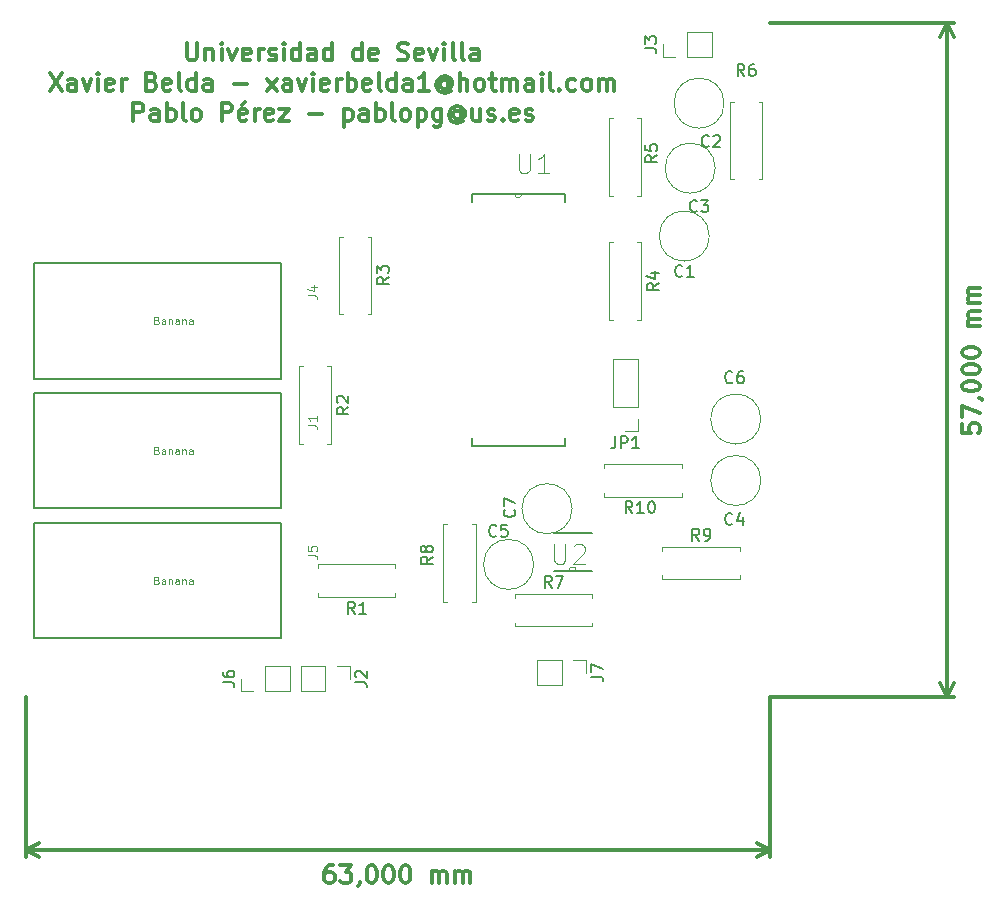
<source format=gto>
G04 #@! TF.GenerationSoftware,KiCad,Pcbnew,(5.0.2)-1*
G04 #@! TF.CreationDate,2019-03-08T12:48:48+01:00*
G04 #@! TF.ProjectId,ECG_final,4543475f-6669-46e6-916c-2e6b69636164,rev?*
G04 #@! TF.SameCoordinates,Original*
G04 #@! TF.FileFunction,Legend,Top*
G04 #@! TF.FilePolarity,Positive*
%FSLAX46Y46*%
G04 Gerber Fmt 4.6, Leading zero omitted, Abs format (unit mm)*
G04 Created by KiCad (PCBNEW (5.0.2)-1) date 08/03/2019 12:48:48*
%MOMM*%
%LPD*%
G01*
G04 APERTURE LIST*
%ADD10C,0.300000*%
%ADD11C,0.120000*%
%ADD12C,0.203200*%
%ADD13C,0.152400*%
%ADD14C,0.100000*%
%ADD15C,0.150000*%
%ADD16C,0.050000*%
G04 APERTURE END LIST*
D10*
X123642857Y-42628571D02*
X123642857Y-43842857D01*
X123714285Y-43985714D01*
X123785714Y-44057142D01*
X123928571Y-44128571D01*
X124214285Y-44128571D01*
X124357142Y-44057142D01*
X124428571Y-43985714D01*
X124500000Y-43842857D01*
X124500000Y-42628571D01*
X125214285Y-43128571D02*
X125214285Y-44128571D01*
X125214285Y-43271428D02*
X125285714Y-43200000D01*
X125428571Y-43128571D01*
X125642857Y-43128571D01*
X125785714Y-43200000D01*
X125857142Y-43342857D01*
X125857142Y-44128571D01*
X126571428Y-44128571D02*
X126571428Y-43128571D01*
X126571428Y-42628571D02*
X126500000Y-42700000D01*
X126571428Y-42771428D01*
X126642857Y-42700000D01*
X126571428Y-42628571D01*
X126571428Y-42771428D01*
X127142857Y-43128571D02*
X127500000Y-44128571D01*
X127857142Y-43128571D01*
X129000000Y-44057142D02*
X128857142Y-44128571D01*
X128571428Y-44128571D01*
X128428571Y-44057142D01*
X128357142Y-43914285D01*
X128357142Y-43342857D01*
X128428571Y-43200000D01*
X128571428Y-43128571D01*
X128857142Y-43128571D01*
X129000000Y-43200000D01*
X129071428Y-43342857D01*
X129071428Y-43485714D01*
X128357142Y-43628571D01*
X129714285Y-44128571D02*
X129714285Y-43128571D01*
X129714285Y-43414285D02*
X129785714Y-43271428D01*
X129857142Y-43200000D01*
X130000000Y-43128571D01*
X130142857Y-43128571D01*
X130571428Y-44057142D02*
X130714285Y-44128571D01*
X131000000Y-44128571D01*
X131142857Y-44057142D01*
X131214285Y-43914285D01*
X131214285Y-43842857D01*
X131142857Y-43700000D01*
X131000000Y-43628571D01*
X130785714Y-43628571D01*
X130642857Y-43557142D01*
X130571428Y-43414285D01*
X130571428Y-43342857D01*
X130642857Y-43200000D01*
X130785714Y-43128571D01*
X131000000Y-43128571D01*
X131142857Y-43200000D01*
X131857142Y-44128571D02*
X131857142Y-43128571D01*
X131857142Y-42628571D02*
X131785714Y-42700000D01*
X131857142Y-42771428D01*
X131928571Y-42700000D01*
X131857142Y-42628571D01*
X131857142Y-42771428D01*
X133214285Y-44128571D02*
X133214285Y-42628571D01*
X133214285Y-44057142D02*
X133071428Y-44128571D01*
X132785714Y-44128571D01*
X132642857Y-44057142D01*
X132571428Y-43985714D01*
X132500000Y-43842857D01*
X132500000Y-43414285D01*
X132571428Y-43271428D01*
X132642857Y-43200000D01*
X132785714Y-43128571D01*
X133071428Y-43128571D01*
X133214285Y-43200000D01*
X134571428Y-44128571D02*
X134571428Y-43342857D01*
X134500000Y-43200000D01*
X134357142Y-43128571D01*
X134071428Y-43128571D01*
X133928571Y-43200000D01*
X134571428Y-44057142D02*
X134428571Y-44128571D01*
X134071428Y-44128571D01*
X133928571Y-44057142D01*
X133857142Y-43914285D01*
X133857142Y-43771428D01*
X133928571Y-43628571D01*
X134071428Y-43557142D01*
X134428571Y-43557142D01*
X134571428Y-43485714D01*
X135928571Y-44128571D02*
X135928571Y-42628571D01*
X135928571Y-44057142D02*
X135785714Y-44128571D01*
X135500000Y-44128571D01*
X135357142Y-44057142D01*
X135285714Y-43985714D01*
X135214285Y-43842857D01*
X135214285Y-43414285D01*
X135285714Y-43271428D01*
X135357142Y-43200000D01*
X135500000Y-43128571D01*
X135785714Y-43128571D01*
X135928571Y-43200000D01*
X138428571Y-44128571D02*
X138428571Y-42628571D01*
X138428571Y-44057142D02*
X138285714Y-44128571D01*
X138000000Y-44128571D01*
X137857142Y-44057142D01*
X137785714Y-43985714D01*
X137714285Y-43842857D01*
X137714285Y-43414285D01*
X137785714Y-43271428D01*
X137857142Y-43200000D01*
X138000000Y-43128571D01*
X138285714Y-43128571D01*
X138428571Y-43200000D01*
X139714285Y-44057142D02*
X139571428Y-44128571D01*
X139285714Y-44128571D01*
X139142857Y-44057142D01*
X139071428Y-43914285D01*
X139071428Y-43342857D01*
X139142857Y-43200000D01*
X139285714Y-43128571D01*
X139571428Y-43128571D01*
X139714285Y-43200000D01*
X139785714Y-43342857D01*
X139785714Y-43485714D01*
X139071428Y-43628571D01*
X141500000Y-44057142D02*
X141714285Y-44128571D01*
X142071428Y-44128571D01*
X142214285Y-44057142D01*
X142285714Y-43985714D01*
X142357142Y-43842857D01*
X142357142Y-43700000D01*
X142285714Y-43557142D01*
X142214285Y-43485714D01*
X142071428Y-43414285D01*
X141785714Y-43342857D01*
X141642857Y-43271428D01*
X141571428Y-43200000D01*
X141500000Y-43057142D01*
X141500000Y-42914285D01*
X141571428Y-42771428D01*
X141642857Y-42700000D01*
X141785714Y-42628571D01*
X142142857Y-42628571D01*
X142357142Y-42700000D01*
X143571428Y-44057142D02*
X143428571Y-44128571D01*
X143142857Y-44128571D01*
X143000000Y-44057142D01*
X142928571Y-43914285D01*
X142928571Y-43342857D01*
X143000000Y-43200000D01*
X143142857Y-43128571D01*
X143428571Y-43128571D01*
X143571428Y-43200000D01*
X143642857Y-43342857D01*
X143642857Y-43485714D01*
X142928571Y-43628571D01*
X144142857Y-43128571D02*
X144500000Y-44128571D01*
X144857142Y-43128571D01*
X145428571Y-44128571D02*
X145428571Y-43128571D01*
X145428571Y-42628571D02*
X145357142Y-42700000D01*
X145428571Y-42771428D01*
X145500000Y-42700000D01*
X145428571Y-42628571D01*
X145428571Y-42771428D01*
X146357142Y-44128571D02*
X146214285Y-44057142D01*
X146142857Y-43914285D01*
X146142857Y-42628571D01*
X147142857Y-44128571D02*
X147000000Y-44057142D01*
X146928571Y-43914285D01*
X146928571Y-42628571D01*
X148357142Y-44128571D02*
X148357142Y-43342857D01*
X148285714Y-43200000D01*
X148142857Y-43128571D01*
X147857142Y-43128571D01*
X147714285Y-43200000D01*
X148357142Y-44057142D02*
X148214285Y-44128571D01*
X147857142Y-44128571D01*
X147714285Y-44057142D01*
X147642857Y-43914285D01*
X147642857Y-43771428D01*
X147714285Y-43628571D01*
X147857142Y-43557142D01*
X148214285Y-43557142D01*
X148357142Y-43485714D01*
X112035714Y-45178571D02*
X113035714Y-46678571D01*
X113035714Y-45178571D02*
X112035714Y-46678571D01*
X114250000Y-46678571D02*
X114250000Y-45892857D01*
X114178571Y-45750000D01*
X114035714Y-45678571D01*
X113750000Y-45678571D01*
X113607142Y-45750000D01*
X114250000Y-46607142D02*
X114107142Y-46678571D01*
X113750000Y-46678571D01*
X113607142Y-46607142D01*
X113535714Y-46464285D01*
X113535714Y-46321428D01*
X113607142Y-46178571D01*
X113750000Y-46107142D01*
X114107142Y-46107142D01*
X114250000Y-46035714D01*
X114821428Y-45678571D02*
X115178571Y-46678571D01*
X115535714Y-45678571D01*
X116107142Y-46678571D02*
X116107142Y-45678571D01*
X116107142Y-45178571D02*
X116035714Y-45250000D01*
X116107142Y-45321428D01*
X116178571Y-45250000D01*
X116107142Y-45178571D01*
X116107142Y-45321428D01*
X117392857Y-46607142D02*
X117250000Y-46678571D01*
X116964285Y-46678571D01*
X116821428Y-46607142D01*
X116750000Y-46464285D01*
X116750000Y-45892857D01*
X116821428Y-45750000D01*
X116964285Y-45678571D01*
X117250000Y-45678571D01*
X117392857Y-45750000D01*
X117464285Y-45892857D01*
X117464285Y-46035714D01*
X116750000Y-46178571D01*
X118107142Y-46678571D02*
X118107142Y-45678571D01*
X118107142Y-45964285D02*
X118178571Y-45821428D01*
X118250000Y-45750000D01*
X118392857Y-45678571D01*
X118535714Y-45678571D01*
X120678571Y-45892857D02*
X120892857Y-45964285D01*
X120964285Y-46035714D01*
X121035714Y-46178571D01*
X121035714Y-46392857D01*
X120964285Y-46535714D01*
X120892857Y-46607142D01*
X120750000Y-46678571D01*
X120178571Y-46678571D01*
X120178571Y-45178571D01*
X120678571Y-45178571D01*
X120821428Y-45250000D01*
X120892857Y-45321428D01*
X120964285Y-45464285D01*
X120964285Y-45607142D01*
X120892857Y-45750000D01*
X120821428Y-45821428D01*
X120678571Y-45892857D01*
X120178571Y-45892857D01*
X122250000Y-46607142D02*
X122107142Y-46678571D01*
X121821428Y-46678571D01*
X121678571Y-46607142D01*
X121607142Y-46464285D01*
X121607142Y-45892857D01*
X121678571Y-45750000D01*
X121821428Y-45678571D01*
X122107142Y-45678571D01*
X122250000Y-45750000D01*
X122321428Y-45892857D01*
X122321428Y-46035714D01*
X121607142Y-46178571D01*
X123178571Y-46678571D02*
X123035714Y-46607142D01*
X122964285Y-46464285D01*
X122964285Y-45178571D01*
X124392857Y-46678571D02*
X124392857Y-45178571D01*
X124392857Y-46607142D02*
X124250000Y-46678571D01*
X123964285Y-46678571D01*
X123821428Y-46607142D01*
X123750000Y-46535714D01*
X123678571Y-46392857D01*
X123678571Y-45964285D01*
X123750000Y-45821428D01*
X123821428Y-45750000D01*
X123964285Y-45678571D01*
X124250000Y-45678571D01*
X124392857Y-45750000D01*
X125750000Y-46678571D02*
X125750000Y-45892857D01*
X125678571Y-45750000D01*
X125535714Y-45678571D01*
X125250000Y-45678571D01*
X125107142Y-45750000D01*
X125750000Y-46607142D02*
X125607142Y-46678571D01*
X125250000Y-46678571D01*
X125107142Y-46607142D01*
X125035714Y-46464285D01*
X125035714Y-46321428D01*
X125107142Y-46178571D01*
X125250000Y-46107142D01*
X125607142Y-46107142D01*
X125750000Y-46035714D01*
X127607142Y-46107142D02*
X128750000Y-46107142D01*
X130464285Y-46678571D02*
X131250000Y-45678571D01*
X130464285Y-45678571D02*
X131250000Y-46678571D01*
X132464285Y-46678571D02*
X132464285Y-45892857D01*
X132392857Y-45750000D01*
X132250000Y-45678571D01*
X131964285Y-45678571D01*
X131821428Y-45750000D01*
X132464285Y-46607142D02*
X132321428Y-46678571D01*
X131964285Y-46678571D01*
X131821428Y-46607142D01*
X131750000Y-46464285D01*
X131750000Y-46321428D01*
X131821428Y-46178571D01*
X131964285Y-46107142D01*
X132321428Y-46107142D01*
X132464285Y-46035714D01*
X133035714Y-45678571D02*
X133392857Y-46678571D01*
X133750000Y-45678571D01*
X134321428Y-46678571D02*
X134321428Y-45678571D01*
X134321428Y-45178571D02*
X134250000Y-45250000D01*
X134321428Y-45321428D01*
X134392857Y-45250000D01*
X134321428Y-45178571D01*
X134321428Y-45321428D01*
X135607142Y-46607142D02*
X135464285Y-46678571D01*
X135178571Y-46678571D01*
X135035714Y-46607142D01*
X134964285Y-46464285D01*
X134964285Y-45892857D01*
X135035714Y-45750000D01*
X135178571Y-45678571D01*
X135464285Y-45678571D01*
X135607142Y-45750000D01*
X135678571Y-45892857D01*
X135678571Y-46035714D01*
X134964285Y-46178571D01*
X136321428Y-46678571D02*
X136321428Y-45678571D01*
X136321428Y-45964285D02*
X136392857Y-45821428D01*
X136464285Y-45750000D01*
X136607142Y-45678571D01*
X136750000Y-45678571D01*
X137250000Y-46678571D02*
X137250000Y-45178571D01*
X137250000Y-45750000D02*
X137392857Y-45678571D01*
X137678571Y-45678571D01*
X137821428Y-45750000D01*
X137892857Y-45821428D01*
X137964285Y-45964285D01*
X137964285Y-46392857D01*
X137892857Y-46535714D01*
X137821428Y-46607142D01*
X137678571Y-46678571D01*
X137392857Y-46678571D01*
X137250000Y-46607142D01*
X139178571Y-46607142D02*
X139035714Y-46678571D01*
X138750000Y-46678571D01*
X138607142Y-46607142D01*
X138535714Y-46464285D01*
X138535714Y-45892857D01*
X138607142Y-45750000D01*
X138750000Y-45678571D01*
X139035714Y-45678571D01*
X139178571Y-45750000D01*
X139250000Y-45892857D01*
X139250000Y-46035714D01*
X138535714Y-46178571D01*
X140107142Y-46678571D02*
X139964285Y-46607142D01*
X139892857Y-46464285D01*
X139892857Y-45178571D01*
X141321428Y-46678571D02*
X141321428Y-45178571D01*
X141321428Y-46607142D02*
X141178571Y-46678571D01*
X140892857Y-46678571D01*
X140750000Y-46607142D01*
X140678571Y-46535714D01*
X140607142Y-46392857D01*
X140607142Y-45964285D01*
X140678571Y-45821428D01*
X140750000Y-45750000D01*
X140892857Y-45678571D01*
X141178571Y-45678571D01*
X141321428Y-45750000D01*
X142678571Y-46678571D02*
X142678571Y-45892857D01*
X142607142Y-45750000D01*
X142464285Y-45678571D01*
X142178571Y-45678571D01*
X142035714Y-45750000D01*
X142678571Y-46607142D02*
X142535714Y-46678571D01*
X142178571Y-46678571D01*
X142035714Y-46607142D01*
X141964285Y-46464285D01*
X141964285Y-46321428D01*
X142035714Y-46178571D01*
X142178571Y-46107142D01*
X142535714Y-46107142D01*
X142678571Y-46035714D01*
X144178571Y-46678571D02*
X143321428Y-46678571D01*
X143750000Y-46678571D02*
X143750000Y-45178571D01*
X143607142Y-45392857D01*
X143464285Y-45535714D01*
X143321428Y-45607142D01*
X145750000Y-45964285D02*
X145678571Y-45892857D01*
X145535714Y-45821428D01*
X145392857Y-45821428D01*
X145250000Y-45892857D01*
X145178571Y-45964285D01*
X145107142Y-46107142D01*
X145107142Y-46250000D01*
X145178571Y-46392857D01*
X145250000Y-46464285D01*
X145392857Y-46535714D01*
X145535714Y-46535714D01*
X145678571Y-46464285D01*
X145750000Y-46392857D01*
X145750000Y-45821428D02*
X145750000Y-46392857D01*
X145821428Y-46464285D01*
X145892857Y-46464285D01*
X146035714Y-46392857D01*
X146107142Y-46250000D01*
X146107142Y-45892857D01*
X145964285Y-45678571D01*
X145750000Y-45535714D01*
X145464285Y-45464285D01*
X145178571Y-45535714D01*
X144964285Y-45678571D01*
X144821428Y-45892857D01*
X144750000Y-46178571D01*
X144821428Y-46464285D01*
X144964285Y-46678571D01*
X145178571Y-46821428D01*
X145464285Y-46892857D01*
X145750000Y-46821428D01*
X145964285Y-46678571D01*
X146750000Y-46678571D02*
X146750000Y-45178571D01*
X147392857Y-46678571D02*
X147392857Y-45892857D01*
X147321428Y-45750000D01*
X147178571Y-45678571D01*
X146964285Y-45678571D01*
X146821428Y-45750000D01*
X146750000Y-45821428D01*
X148321428Y-46678571D02*
X148178571Y-46607142D01*
X148107142Y-46535714D01*
X148035714Y-46392857D01*
X148035714Y-45964285D01*
X148107142Y-45821428D01*
X148178571Y-45750000D01*
X148321428Y-45678571D01*
X148535714Y-45678571D01*
X148678571Y-45750000D01*
X148750000Y-45821428D01*
X148821428Y-45964285D01*
X148821428Y-46392857D01*
X148750000Y-46535714D01*
X148678571Y-46607142D01*
X148535714Y-46678571D01*
X148321428Y-46678571D01*
X149250000Y-45678571D02*
X149821428Y-45678571D01*
X149464285Y-45178571D02*
X149464285Y-46464285D01*
X149535714Y-46607142D01*
X149678571Y-46678571D01*
X149821428Y-46678571D01*
X150321428Y-46678571D02*
X150321428Y-45678571D01*
X150321428Y-45821428D02*
X150392857Y-45750000D01*
X150535714Y-45678571D01*
X150750000Y-45678571D01*
X150892857Y-45750000D01*
X150964285Y-45892857D01*
X150964285Y-46678571D01*
X150964285Y-45892857D02*
X151035714Y-45750000D01*
X151178571Y-45678571D01*
X151392857Y-45678571D01*
X151535714Y-45750000D01*
X151607142Y-45892857D01*
X151607142Y-46678571D01*
X152964285Y-46678571D02*
X152964285Y-45892857D01*
X152892857Y-45750000D01*
X152750000Y-45678571D01*
X152464285Y-45678571D01*
X152321428Y-45750000D01*
X152964285Y-46607142D02*
X152821428Y-46678571D01*
X152464285Y-46678571D01*
X152321428Y-46607142D01*
X152250000Y-46464285D01*
X152250000Y-46321428D01*
X152321428Y-46178571D01*
X152464285Y-46107142D01*
X152821428Y-46107142D01*
X152964285Y-46035714D01*
X153678571Y-46678571D02*
X153678571Y-45678571D01*
X153678571Y-45178571D02*
X153607142Y-45250000D01*
X153678571Y-45321428D01*
X153750000Y-45250000D01*
X153678571Y-45178571D01*
X153678571Y-45321428D01*
X154607142Y-46678571D02*
X154464285Y-46607142D01*
X154392857Y-46464285D01*
X154392857Y-45178571D01*
X155178571Y-46535714D02*
X155250000Y-46607142D01*
X155178571Y-46678571D01*
X155107142Y-46607142D01*
X155178571Y-46535714D01*
X155178571Y-46678571D01*
X156535714Y-46607142D02*
X156392857Y-46678571D01*
X156107142Y-46678571D01*
X155964285Y-46607142D01*
X155892857Y-46535714D01*
X155821428Y-46392857D01*
X155821428Y-45964285D01*
X155892857Y-45821428D01*
X155964285Y-45750000D01*
X156107142Y-45678571D01*
X156392857Y-45678571D01*
X156535714Y-45750000D01*
X157392857Y-46678571D02*
X157250000Y-46607142D01*
X157178571Y-46535714D01*
X157107142Y-46392857D01*
X157107142Y-45964285D01*
X157178571Y-45821428D01*
X157250000Y-45750000D01*
X157392857Y-45678571D01*
X157607142Y-45678571D01*
X157750000Y-45750000D01*
X157821428Y-45821428D01*
X157892857Y-45964285D01*
X157892857Y-46392857D01*
X157821428Y-46535714D01*
X157750000Y-46607142D01*
X157607142Y-46678571D01*
X157392857Y-46678571D01*
X158535714Y-46678571D02*
X158535714Y-45678571D01*
X158535714Y-45821428D02*
X158607142Y-45750000D01*
X158750000Y-45678571D01*
X158964285Y-45678571D01*
X159107142Y-45750000D01*
X159178571Y-45892857D01*
X159178571Y-46678571D01*
X159178571Y-45892857D02*
X159250000Y-45750000D01*
X159392857Y-45678571D01*
X159607142Y-45678571D01*
X159750000Y-45750000D01*
X159821428Y-45892857D01*
X159821428Y-46678571D01*
X119107142Y-49228571D02*
X119107142Y-47728571D01*
X119678571Y-47728571D01*
X119821428Y-47800000D01*
X119892857Y-47871428D01*
X119964285Y-48014285D01*
X119964285Y-48228571D01*
X119892857Y-48371428D01*
X119821428Y-48442857D01*
X119678571Y-48514285D01*
X119107142Y-48514285D01*
X121250000Y-49228571D02*
X121250000Y-48442857D01*
X121178571Y-48300000D01*
X121035714Y-48228571D01*
X120750000Y-48228571D01*
X120607142Y-48300000D01*
X121250000Y-49157142D02*
X121107142Y-49228571D01*
X120750000Y-49228571D01*
X120607142Y-49157142D01*
X120535714Y-49014285D01*
X120535714Y-48871428D01*
X120607142Y-48728571D01*
X120750000Y-48657142D01*
X121107142Y-48657142D01*
X121250000Y-48585714D01*
X121964285Y-49228571D02*
X121964285Y-47728571D01*
X121964285Y-48300000D02*
X122107142Y-48228571D01*
X122392857Y-48228571D01*
X122535714Y-48300000D01*
X122607142Y-48371428D01*
X122678571Y-48514285D01*
X122678571Y-48942857D01*
X122607142Y-49085714D01*
X122535714Y-49157142D01*
X122392857Y-49228571D01*
X122107142Y-49228571D01*
X121964285Y-49157142D01*
X123535714Y-49228571D02*
X123392857Y-49157142D01*
X123321428Y-49014285D01*
X123321428Y-47728571D01*
X124321428Y-49228571D02*
X124178571Y-49157142D01*
X124107142Y-49085714D01*
X124035714Y-48942857D01*
X124035714Y-48514285D01*
X124107142Y-48371428D01*
X124178571Y-48300000D01*
X124321428Y-48228571D01*
X124535714Y-48228571D01*
X124678571Y-48300000D01*
X124750000Y-48371428D01*
X124821428Y-48514285D01*
X124821428Y-48942857D01*
X124750000Y-49085714D01*
X124678571Y-49157142D01*
X124535714Y-49228571D01*
X124321428Y-49228571D01*
X126607142Y-49228571D02*
X126607142Y-47728571D01*
X127178571Y-47728571D01*
X127321428Y-47800000D01*
X127392857Y-47871428D01*
X127464285Y-48014285D01*
X127464285Y-48228571D01*
X127392857Y-48371428D01*
X127321428Y-48442857D01*
X127178571Y-48514285D01*
X126607142Y-48514285D01*
X128678571Y-49157142D02*
X128535714Y-49228571D01*
X128250000Y-49228571D01*
X128107142Y-49157142D01*
X128035714Y-49014285D01*
X128035714Y-48442857D01*
X128107142Y-48300000D01*
X128250000Y-48228571D01*
X128535714Y-48228571D01*
X128678571Y-48300000D01*
X128750000Y-48442857D01*
X128750000Y-48585714D01*
X128035714Y-48728571D01*
X128535714Y-47657142D02*
X128321428Y-47871428D01*
X129392857Y-49228571D02*
X129392857Y-48228571D01*
X129392857Y-48514285D02*
X129464285Y-48371428D01*
X129535714Y-48300000D01*
X129678571Y-48228571D01*
X129821428Y-48228571D01*
X130892857Y-49157142D02*
X130750000Y-49228571D01*
X130464285Y-49228571D01*
X130321428Y-49157142D01*
X130250000Y-49014285D01*
X130250000Y-48442857D01*
X130321428Y-48300000D01*
X130464285Y-48228571D01*
X130750000Y-48228571D01*
X130892857Y-48300000D01*
X130964285Y-48442857D01*
X130964285Y-48585714D01*
X130250000Y-48728571D01*
X131464285Y-48228571D02*
X132250000Y-48228571D01*
X131464285Y-49228571D01*
X132250000Y-49228571D01*
X133964285Y-48657142D02*
X135107142Y-48657142D01*
X136964285Y-48228571D02*
X136964285Y-49728571D01*
X136964285Y-48300000D02*
X137107142Y-48228571D01*
X137392857Y-48228571D01*
X137535714Y-48300000D01*
X137607142Y-48371428D01*
X137678571Y-48514285D01*
X137678571Y-48942857D01*
X137607142Y-49085714D01*
X137535714Y-49157142D01*
X137392857Y-49228571D01*
X137107142Y-49228571D01*
X136964285Y-49157142D01*
X138964285Y-49228571D02*
X138964285Y-48442857D01*
X138892857Y-48300000D01*
X138750000Y-48228571D01*
X138464285Y-48228571D01*
X138321428Y-48300000D01*
X138964285Y-49157142D02*
X138821428Y-49228571D01*
X138464285Y-49228571D01*
X138321428Y-49157142D01*
X138250000Y-49014285D01*
X138250000Y-48871428D01*
X138321428Y-48728571D01*
X138464285Y-48657142D01*
X138821428Y-48657142D01*
X138964285Y-48585714D01*
X139678571Y-49228571D02*
X139678571Y-47728571D01*
X139678571Y-48300000D02*
X139821428Y-48228571D01*
X140107142Y-48228571D01*
X140250000Y-48300000D01*
X140321428Y-48371428D01*
X140392857Y-48514285D01*
X140392857Y-48942857D01*
X140321428Y-49085714D01*
X140250000Y-49157142D01*
X140107142Y-49228571D01*
X139821428Y-49228571D01*
X139678571Y-49157142D01*
X141250000Y-49228571D02*
X141107142Y-49157142D01*
X141035714Y-49014285D01*
X141035714Y-47728571D01*
X142035714Y-49228571D02*
X141892857Y-49157142D01*
X141821428Y-49085714D01*
X141750000Y-48942857D01*
X141750000Y-48514285D01*
X141821428Y-48371428D01*
X141892857Y-48300000D01*
X142035714Y-48228571D01*
X142250000Y-48228571D01*
X142392857Y-48300000D01*
X142464285Y-48371428D01*
X142535714Y-48514285D01*
X142535714Y-48942857D01*
X142464285Y-49085714D01*
X142392857Y-49157142D01*
X142250000Y-49228571D01*
X142035714Y-49228571D01*
X143178571Y-48228571D02*
X143178571Y-49728571D01*
X143178571Y-48300000D02*
X143321428Y-48228571D01*
X143607142Y-48228571D01*
X143750000Y-48300000D01*
X143821428Y-48371428D01*
X143892857Y-48514285D01*
X143892857Y-48942857D01*
X143821428Y-49085714D01*
X143750000Y-49157142D01*
X143607142Y-49228571D01*
X143321428Y-49228571D01*
X143178571Y-49157142D01*
X145178571Y-48228571D02*
X145178571Y-49442857D01*
X145107142Y-49585714D01*
X145035714Y-49657142D01*
X144892857Y-49728571D01*
X144678571Y-49728571D01*
X144535714Y-49657142D01*
X145178571Y-49157142D02*
X145035714Y-49228571D01*
X144750000Y-49228571D01*
X144607142Y-49157142D01*
X144535714Y-49085714D01*
X144464285Y-48942857D01*
X144464285Y-48514285D01*
X144535714Y-48371428D01*
X144607142Y-48300000D01*
X144750000Y-48228571D01*
X145035714Y-48228571D01*
X145178571Y-48300000D01*
X146821428Y-48514285D02*
X146750000Y-48442857D01*
X146607142Y-48371428D01*
X146464285Y-48371428D01*
X146321428Y-48442857D01*
X146250000Y-48514285D01*
X146178571Y-48657142D01*
X146178571Y-48800000D01*
X146250000Y-48942857D01*
X146321428Y-49014285D01*
X146464285Y-49085714D01*
X146607142Y-49085714D01*
X146750000Y-49014285D01*
X146821428Y-48942857D01*
X146821428Y-48371428D02*
X146821428Y-48942857D01*
X146892857Y-49014285D01*
X146964285Y-49014285D01*
X147107142Y-48942857D01*
X147178571Y-48800000D01*
X147178571Y-48442857D01*
X147035714Y-48228571D01*
X146821428Y-48085714D01*
X146535714Y-48014285D01*
X146250000Y-48085714D01*
X146035714Y-48228571D01*
X145892857Y-48442857D01*
X145821428Y-48728571D01*
X145892857Y-49014285D01*
X146035714Y-49228571D01*
X146250000Y-49371428D01*
X146535714Y-49442857D01*
X146821428Y-49371428D01*
X147035714Y-49228571D01*
X148464285Y-48228571D02*
X148464285Y-49228571D01*
X147821428Y-48228571D02*
X147821428Y-49014285D01*
X147892857Y-49157142D01*
X148035714Y-49228571D01*
X148250000Y-49228571D01*
X148392857Y-49157142D01*
X148464285Y-49085714D01*
X149107142Y-49157142D02*
X149250000Y-49228571D01*
X149535714Y-49228571D01*
X149678571Y-49157142D01*
X149750000Y-49014285D01*
X149750000Y-48942857D01*
X149678571Y-48800000D01*
X149535714Y-48728571D01*
X149321428Y-48728571D01*
X149178571Y-48657142D01*
X149107142Y-48514285D01*
X149107142Y-48442857D01*
X149178571Y-48300000D01*
X149321428Y-48228571D01*
X149535714Y-48228571D01*
X149678571Y-48300000D01*
X150392857Y-49085714D02*
X150464285Y-49157142D01*
X150392857Y-49228571D01*
X150321428Y-49157142D01*
X150392857Y-49085714D01*
X150392857Y-49228571D01*
X151678571Y-49157142D02*
X151535714Y-49228571D01*
X151250000Y-49228571D01*
X151107142Y-49157142D01*
X151035714Y-49014285D01*
X151035714Y-48442857D01*
X151107142Y-48300000D01*
X151250000Y-48228571D01*
X151535714Y-48228571D01*
X151678571Y-48300000D01*
X151750000Y-48442857D01*
X151750000Y-48585714D01*
X151035714Y-48728571D01*
X152321428Y-49157142D02*
X152464285Y-49228571D01*
X152750000Y-49228571D01*
X152892857Y-49157142D01*
X152964285Y-49014285D01*
X152964285Y-48942857D01*
X152892857Y-48800000D01*
X152750000Y-48728571D01*
X152535714Y-48728571D01*
X152392857Y-48657142D01*
X152321428Y-48514285D01*
X152321428Y-48442857D01*
X152392857Y-48300000D01*
X152535714Y-48228571D01*
X152750000Y-48228571D01*
X152892857Y-48300000D01*
X189278571Y-74928571D02*
X189278571Y-75642857D01*
X189992857Y-75714285D01*
X189921428Y-75642857D01*
X189850000Y-75500000D01*
X189850000Y-75142857D01*
X189921428Y-75000000D01*
X189992857Y-74928571D01*
X190135714Y-74857142D01*
X190492857Y-74857142D01*
X190635714Y-74928571D01*
X190707142Y-75000000D01*
X190778571Y-75142857D01*
X190778571Y-75500000D01*
X190707142Y-75642857D01*
X190635714Y-75714285D01*
X189278571Y-74357142D02*
X189278571Y-73357142D01*
X190778571Y-74000000D01*
X190707142Y-72714285D02*
X190778571Y-72714285D01*
X190921428Y-72785714D01*
X190992857Y-72857142D01*
X189278571Y-71785714D02*
X189278571Y-71642857D01*
X189350000Y-71500000D01*
X189421428Y-71428571D01*
X189564285Y-71357142D01*
X189850000Y-71285714D01*
X190207142Y-71285714D01*
X190492857Y-71357142D01*
X190635714Y-71428571D01*
X190707142Y-71500000D01*
X190778571Y-71642857D01*
X190778571Y-71785714D01*
X190707142Y-71928571D01*
X190635714Y-72000000D01*
X190492857Y-72071428D01*
X190207142Y-72142857D01*
X189850000Y-72142857D01*
X189564285Y-72071428D01*
X189421428Y-72000000D01*
X189350000Y-71928571D01*
X189278571Y-71785714D01*
X189278571Y-70357142D02*
X189278571Y-70214285D01*
X189350000Y-70071428D01*
X189421428Y-70000000D01*
X189564285Y-69928571D01*
X189850000Y-69857142D01*
X190207142Y-69857142D01*
X190492857Y-69928571D01*
X190635714Y-70000000D01*
X190707142Y-70071428D01*
X190778571Y-70214285D01*
X190778571Y-70357142D01*
X190707142Y-70500000D01*
X190635714Y-70571428D01*
X190492857Y-70642857D01*
X190207142Y-70714285D01*
X189850000Y-70714285D01*
X189564285Y-70642857D01*
X189421428Y-70571428D01*
X189350000Y-70500000D01*
X189278571Y-70357142D01*
X189278571Y-68928571D02*
X189278571Y-68785714D01*
X189350000Y-68642857D01*
X189421428Y-68571428D01*
X189564285Y-68500000D01*
X189850000Y-68428571D01*
X190207142Y-68428571D01*
X190492857Y-68500000D01*
X190635714Y-68571428D01*
X190707142Y-68642857D01*
X190778571Y-68785714D01*
X190778571Y-68928571D01*
X190707142Y-69071428D01*
X190635714Y-69142857D01*
X190492857Y-69214285D01*
X190207142Y-69285714D01*
X189850000Y-69285714D01*
X189564285Y-69214285D01*
X189421428Y-69142857D01*
X189350000Y-69071428D01*
X189278571Y-68928571D01*
X190778571Y-66642857D02*
X189778571Y-66642857D01*
X189921428Y-66642857D02*
X189850000Y-66571428D01*
X189778571Y-66428571D01*
X189778571Y-66214285D01*
X189850000Y-66071428D01*
X189992857Y-66000000D01*
X190778571Y-66000000D01*
X189992857Y-66000000D02*
X189850000Y-65928571D01*
X189778571Y-65785714D01*
X189778571Y-65571428D01*
X189850000Y-65428571D01*
X189992857Y-65357142D01*
X190778571Y-65357142D01*
X190778571Y-64642857D02*
X189778571Y-64642857D01*
X189921428Y-64642857D02*
X189850000Y-64571428D01*
X189778571Y-64428571D01*
X189778571Y-64214285D01*
X189850000Y-64071428D01*
X189992857Y-64000000D01*
X190778571Y-64000000D01*
X189992857Y-64000000D02*
X189850000Y-63928571D01*
X189778571Y-63785714D01*
X189778571Y-63571428D01*
X189850000Y-63428571D01*
X189992857Y-63357142D01*
X190778571Y-63357142D01*
X188000000Y-98000000D02*
X188000000Y-41000000D01*
X173000000Y-98000000D02*
X188586421Y-98000000D01*
X173000000Y-41000000D02*
X188586421Y-41000000D01*
X188000000Y-41000000D02*
X188586421Y-42126504D01*
X188000000Y-41000000D02*
X187413579Y-42126504D01*
X188000000Y-98000000D02*
X188586421Y-96873496D01*
X188000000Y-98000000D02*
X187413579Y-96873496D01*
X136000000Y-112278571D02*
X135714285Y-112278571D01*
X135571428Y-112350000D01*
X135500000Y-112421428D01*
X135357142Y-112635714D01*
X135285714Y-112921428D01*
X135285714Y-113492857D01*
X135357142Y-113635714D01*
X135428571Y-113707142D01*
X135571428Y-113778571D01*
X135857142Y-113778571D01*
X136000000Y-113707142D01*
X136071428Y-113635714D01*
X136142857Y-113492857D01*
X136142857Y-113135714D01*
X136071428Y-112992857D01*
X136000000Y-112921428D01*
X135857142Y-112850000D01*
X135571428Y-112850000D01*
X135428571Y-112921428D01*
X135357142Y-112992857D01*
X135285714Y-113135714D01*
X136642857Y-112278571D02*
X137571428Y-112278571D01*
X137071428Y-112850000D01*
X137285714Y-112850000D01*
X137428571Y-112921428D01*
X137500000Y-112992857D01*
X137571428Y-113135714D01*
X137571428Y-113492857D01*
X137500000Y-113635714D01*
X137428571Y-113707142D01*
X137285714Y-113778571D01*
X136857142Y-113778571D01*
X136714285Y-113707142D01*
X136642857Y-113635714D01*
X138285714Y-113707142D02*
X138285714Y-113778571D01*
X138214285Y-113921428D01*
X138142857Y-113992857D01*
X139214285Y-112278571D02*
X139357142Y-112278571D01*
X139500000Y-112350000D01*
X139571428Y-112421428D01*
X139642857Y-112564285D01*
X139714285Y-112850000D01*
X139714285Y-113207142D01*
X139642857Y-113492857D01*
X139571428Y-113635714D01*
X139500000Y-113707142D01*
X139357142Y-113778571D01*
X139214285Y-113778571D01*
X139071428Y-113707142D01*
X139000000Y-113635714D01*
X138928571Y-113492857D01*
X138857142Y-113207142D01*
X138857142Y-112850000D01*
X138928571Y-112564285D01*
X139000000Y-112421428D01*
X139071428Y-112350000D01*
X139214285Y-112278571D01*
X140642857Y-112278571D02*
X140785714Y-112278571D01*
X140928571Y-112350000D01*
X141000000Y-112421428D01*
X141071428Y-112564285D01*
X141142857Y-112850000D01*
X141142857Y-113207142D01*
X141071428Y-113492857D01*
X141000000Y-113635714D01*
X140928571Y-113707142D01*
X140785714Y-113778571D01*
X140642857Y-113778571D01*
X140500000Y-113707142D01*
X140428571Y-113635714D01*
X140357142Y-113492857D01*
X140285714Y-113207142D01*
X140285714Y-112850000D01*
X140357142Y-112564285D01*
X140428571Y-112421428D01*
X140500000Y-112350000D01*
X140642857Y-112278571D01*
X142071428Y-112278571D02*
X142214285Y-112278571D01*
X142357142Y-112350000D01*
X142428571Y-112421428D01*
X142500000Y-112564285D01*
X142571428Y-112850000D01*
X142571428Y-113207142D01*
X142500000Y-113492857D01*
X142428571Y-113635714D01*
X142357142Y-113707142D01*
X142214285Y-113778571D01*
X142071428Y-113778571D01*
X141928571Y-113707142D01*
X141857142Y-113635714D01*
X141785714Y-113492857D01*
X141714285Y-113207142D01*
X141714285Y-112850000D01*
X141785714Y-112564285D01*
X141857142Y-112421428D01*
X141928571Y-112350000D01*
X142071428Y-112278571D01*
X144357142Y-113778571D02*
X144357142Y-112778571D01*
X144357142Y-112921428D02*
X144428571Y-112850000D01*
X144571428Y-112778571D01*
X144785714Y-112778571D01*
X144928571Y-112850000D01*
X145000000Y-112992857D01*
X145000000Y-113778571D01*
X145000000Y-112992857D02*
X145071428Y-112850000D01*
X145214285Y-112778571D01*
X145428571Y-112778571D01*
X145571428Y-112850000D01*
X145642857Y-112992857D01*
X145642857Y-113778571D01*
X146357142Y-113778571D02*
X146357142Y-112778571D01*
X146357142Y-112921428D02*
X146428571Y-112850000D01*
X146571428Y-112778571D01*
X146785714Y-112778571D01*
X146928571Y-112850000D01*
X147000000Y-112992857D01*
X147000000Y-113778571D01*
X147000000Y-112992857D02*
X147071428Y-112850000D01*
X147214285Y-112778571D01*
X147428571Y-112778571D01*
X147571428Y-112850000D01*
X147642857Y-112992857D01*
X147642857Y-113778571D01*
X110000000Y-111000000D02*
X173000000Y-111000000D01*
X110000000Y-98000000D02*
X110000000Y-111586421D01*
X173000000Y-98000000D02*
X173000000Y-111586421D01*
X173000000Y-111000000D02*
X171873496Y-111586421D01*
X173000000Y-111000000D02*
X171873496Y-110413579D01*
X110000000Y-111000000D02*
X111126504Y-111586421D01*
X110000000Y-111000000D02*
X111126504Y-110413579D01*
D11*
G04 #@! TO.C,J7*
X153310000Y-94910000D02*
X153310000Y-97030000D01*
X155370000Y-94910000D02*
X153310000Y-94910000D01*
X155370000Y-97030000D02*
X153310000Y-97030000D01*
X155370000Y-94910000D02*
X155370000Y-97030000D01*
X156370000Y-94910000D02*
X157430000Y-94910000D01*
X157430000Y-94910000D02*
X157430000Y-95970000D01*
G04 #@! TO.C,C1*
X167870000Y-59000000D02*
G75*
G03X167870000Y-59000000I-2120000J0D01*
G01*
G04 #@! TO.C,C2*
X169120000Y-47750000D02*
G75*
G03X169120000Y-47750000I-2120000J0D01*
G01*
G04 #@! TO.C,C3*
X168370000Y-53250000D02*
G75*
G03X168370000Y-53250000I-2120000J0D01*
G01*
G04 #@! TO.C,C4*
X172230000Y-74490000D02*
G75*
G03X172230000Y-74490000I-2120000J0D01*
G01*
G04 #@! TO.C,C5*
X153000000Y-86800000D02*
G75*
G03X153000000Y-86800000I-2120000J0D01*
G01*
G04 #@! TO.C,C6*
X172233089Y-79694660D02*
G75*
G03X172233089Y-79694660I-2120000J0D01*
G01*
G04 #@! TO.C,C7*
X156250000Y-82080000D02*
G75*
G03X156250000Y-82080000I-2120000J0D01*
G01*
D12*
G04 #@! TO.C,J1*
X110681000Y-82062200D02*
X110681000Y-72257800D01*
X131585200Y-72257800D02*
X131585200Y-82062200D01*
X131585200Y-82062200D02*
X110681000Y-82062200D01*
X110681000Y-72257800D02*
X131585200Y-72257800D01*
G04 #@! TO.C,J4*
X110681000Y-61257800D02*
X131585200Y-61257800D01*
X131585200Y-71062200D02*
X110681000Y-71062200D01*
X131585200Y-61257800D02*
X131585200Y-71062200D01*
X110681000Y-71062200D02*
X110681000Y-61257800D01*
G04 #@! TO.C,J5*
X110681000Y-93062200D02*
X110681000Y-83257800D01*
X131585200Y-83257800D02*
X131585200Y-93062200D01*
X131585200Y-93062200D02*
X110681000Y-93062200D01*
X110681000Y-83257800D02*
X131585200Y-83257800D01*
D11*
G04 #@! TO.C,R1*
X134760000Y-86790000D02*
X134760000Y-87120000D01*
X141300000Y-86790000D02*
X134760000Y-86790000D01*
X141300000Y-87120000D02*
X141300000Y-86790000D01*
X134760000Y-89530000D02*
X134760000Y-89200000D01*
X141300000Y-89530000D02*
X134760000Y-89530000D01*
X141300000Y-89200000D02*
X141300000Y-89530000D01*
G04 #@! TO.C,R2*
X133130000Y-76580000D02*
X133460000Y-76580000D01*
X133130000Y-70040000D02*
X133130000Y-76580000D01*
X133460000Y-70040000D02*
X133130000Y-70040000D01*
X135870000Y-76580000D02*
X135540000Y-76580000D01*
X135870000Y-70040000D02*
X135870000Y-76580000D01*
X135540000Y-70040000D02*
X135870000Y-70040000D01*
G04 #@! TO.C,R3*
X138940000Y-59040000D02*
X139270000Y-59040000D01*
X139270000Y-59040000D02*
X139270000Y-65580000D01*
X139270000Y-65580000D02*
X138940000Y-65580000D01*
X136860000Y-59040000D02*
X136530000Y-59040000D01*
X136530000Y-59040000D02*
X136530000Y-65580000D01*
X136530000Y-65580000D02*
X136860000Y-65580000D01*
G04 #@! TO.C,R4*
X161790000Y-59540000D02*
X162120000Y-59540000D01*
X162120000Y-59540000D02*
X162120000Y-66080000D01*
X162120000Y-66080000D02*
X161790000Y-66080000D01*
X159710000Y-59540000D02*
X159380000Y-59540000D01*
X159380000Y-59540000D02*
X159380000Y-66080000D01*
X159380000Y-66080000D02*
X159710000Y-66080000D01*
G04 #@! TO.C,R5*
X159380000Y-55580000D02*
X159710000Y-55580000D01*
X159380000Y-49040000D02*
X159380000Y-55580000D01*
X159710000Y-49040000D02*
X159380000Y-49040000D01*
X162120000Y-55580000D02*
X161790000Y-55580000D01*
X162120000Y-49040000D02*
X162120000Y-55580000D01*
X161790000Y-49040000D02*
X162120000Y-49040000D01*
G04 #@! TO.C,R6*
X169960000Y-54160000D02*
X169630000Y-54160000D01*
X169630000Y-54160000D02*
X169630000Y-47620000D01*
X169630000Y-47620000D02*
X169960000Y-47620000D01*
X172040000Y-54160000D02*
X172370000Y-54160000D01*
X172370000Y-54160000D02*
X172370000Y-47620000D01*
X172370000Y-47620000D02*
X172040000Y-47620000D01*
G04 #@! TO.C,R7*
X151420000Y-89640000D02*
X151420000Y-89310000D01*
X151420000Y-89310000D02*
X157960000Y-89310000D01*
X157960000Y-89310000D02*
X157960000Y-89640000D01*
X151420000Y-91720000D02*
X151420000Y-92050000D01*
X151420000Y-92050000D02*
X157960000Y-92050000D01*
X157960000Y-92050000D02*
X157960000Y-91720000D01*
G04 #@! TO.C,R8*
X145360000Y-89950000D02*
X145690000Y-89950000D01*
X145360000Y-83410000D02*
X145360000Y-89950000D01*
X145690000Y-83410000D02*
X145360000Y-83410000D01*
X148100000Y-89950000D02*
X147770000Y-89950000D01*
X148100000Y-83410000D02*
X148100000Y-89950000D01*
X147770000Y-83410000D02*
X148100000Y-83410000D01*
G04 #@! TO.C,R9*
X163903089Y-85654660D02*
X163903089Y-85324660D01*
X163903089Y-85324660D02*
X170443089Y-85324660D01*
X170443089Y-85324660D02*
X170443089Y-85654660D01*
X163903089Y-87734660D02*
X163903089Y-88064660D01*
X163903089Y-88064660D02*
X170443089Y-88064660D01*
X170443089Y-88064660D02*
X170443089Y-87734660D01*
G04 #@! TO.C,R10*
X165530000Y-81070000D02*
X165530000Y-80740000D01*
X158990000Y-81070000D02*
X165530000Y-81070000D01*
X158990000Y-80740000D02*
X158990000Y-81070000D01*
X165530000Y-78330000D02*
X165530000Y-78660000D01*
X158990000Y-78330000D02*
X165530000Y-78330000D01*
X158990000Y-78660000D02*
X158990000Y-78330000D01*
D13*
G04 #@! TO.C,U1*
X155627000Y-56127800D02*
X155627000Y-55442000D01*
X147753000Y-76778000D02*
X155627000Y-76778000D01*
X155627000Y-76778000D02*
X155627000Y-76092200D01*
X155627000Y-55442000D02*
X151994800Y-55442000D01*
X151994800Y-55442000D02*
X151385200Y-55442000D01*
X151385200Y-55442000D02*
X147753000Y-55442000D01*
X147753000Y-55442000D02*
X147753000Y-56127800D01*
X147753000Y-76092200D02*
X147753000Y-76778000D01*
D14*
X151994800Y-55442000D02*
G75*
G02X151385200Y-55442000I-304800J0D01*
G01*
D13*
G04 #@! TO.C,U2*
X157910200Y-84119800D02*
X154709800Y-84119800D01*
X154709800Y-87320200D02*
X156005200Y-87320200D01*
X156005200Y-87320200D02*
X156614800Y-87320200D01*
X156614800Y-87320200D02*
X157910200Y-87320200D01*
D14*
X156005200Y-87320200D02*
G75*
G02X156614800Y-87320200I304800J0D01*
G01*
D11*
G04 #@! TO.C,J2*
X137430000Y-95405000D02*
X137430000Y-96465000D01*
X136370000Y-95405000D02*
X137430000Y-95405000D01*
X135370000Y-95405000D02*
X135370000Y-97525000D01*
X135370000Y-97525000D02*
X133310000Y-97525000D01*
X135370000Y-95405000D02*
X133310000Y-95405000D01*
X133310000Y-95405000D02*
X133310000Y-97525000D01*
G04 #@! TO.C,J3*
X163940000Y-43810000D02*
X163940000Y-42750000D01*
X165000000Y-43810000D02*
X163940000Y-43810000D01*
X166000000Y-43810000D02*
X166000000Y-41690000D01*
X166000000Y-41690000D02*
X168060000Y-41690000D01*
X166000000Y-43810000D02*
X168060000Y-43810000D01*
X168060000Y-43810000D02*
X168060000Y-41690000D01*
G04 #@! TO.C,J6*
X132330000Y-97525000D02*
X132330000Y-95405000D01*
X130270000Y-97525000D02*
X132330000Y-97525000D01*
X130270000Y-95405000D02*
X132330000Y-95405000D01*
X130270000Y-97525000D02*
X130270000Y-95405000D01*
X129270000Y-97525000D02*
X128210000Y-97525000D01*
X128210000Y-97525000D02*
X128210000Y-96465000D01*
G04 #@! TO.C,JP1*
X161810000Y-69390000D02*
X159690000Y-69390000D01*
X161810000Y-73450000D02*
X161810000Y-69390000D01*
X159690000Y-73450000D02*
X159690000Y-69390000D01*
X161810000Y-73450000D02*
X159690000Y-73450000D01*
X161810000Y-74450000D02*
X161810000Y-75510000D01*
X161810000Y-75510000D02*
X160750000Y-75510000D01*
G04 #@! TO.C,J7*
D15*
X157882380Y-96303333D02*
X158596666Y-96303333D01*
X158739523Y-96350952D01*
X158834761Y-96446190D01*
X158882380Y-96589047D01*
X158882380Y-96684285D01*
X157882380Y-95922380D02*
X157882380Y-95255714D01*
X158882380Y-95684285D01*
G04 #@! TO.C,C1*
X165583333Y-62357142D02*
X165535714Y-62404761D01*
X165392857Y-62452380D01*
X165297619Y-62452380D01*
X165154761Y-62404761D01*
X165059523Y-62309523D01*
X165011904Y-62214285D01*
X164964285Y-62023809D01*
X164964285Y-61880952D01*
X165011904Y-61690476D01*
X165059523Y-61595238D01*
X165154761Y-61500000D01*
X165297619Y-61452380D01*
X165392857Y-61452380D01*
X165535714Y-61500000D01*
X165583333Y-61547619D01*
X166535714Y-62452380D02*
X165964285Y-62452380D01*
X166250000Y-62452380D02*
X166250000Y-61452380D01*
X166154761Y-61595238D01*
X166059523Y-61690476D01*
X165964285Y-61738095D01*
G04 #@! TO.C,C2*
X167833333Y-51357142D02*
X167785714Y-51404761D01*
X167642857Y-51452380D01*
X167547619Y-51452380D01*
X167404761Y-51404761D01*
X167309523Y-51309523D01*
X167261904Y-51214285D01*
X167214285Y-51023809D01*
X167214285Y-50880952D01*
X167261904Y-50690476D01*
X167309523Y-50595238D01*
X167404761Y-50500000D01*
X167547619Y-50452380D01*
X167642857Y-50452380D01*
X167785714Y-50500000D01*
X167833333Y-50547619D01*
X168214285Y-50547619D02*
X168261904Y-50500000D01*
X168357142Y-50452380D01*
X168595238Y-50452380D01*
X168690476Y-50500000D01*
X168738095Y-50547619D01*
X168785714Y-50642857D01*
X168785714Y-50738095D01*
X168738095Y-50880952D01*
X168166666Y-51452380D01*
X168785714Y-51452380D01*
G04 #@! TO.C,C3*
X166833333Y-56857142D02*
X166785714Y-56904761D01*
X166642857Y-56952380D01*
X166547619Y-56952380D01*
X166404761Y-56904761D01*
X166309523Y-56809523D01*
X166261904Y-56714285D01*
X166214285Y-56523809D01*
X166214285Y-56380952D01*
X166261904Y-56190476D01*
X166309523Y-56095238D01*
X166404761Y-56000000D01*
X166547619Y-55952380D01*
X166642857Y-55952380D01*
X166785714Y-56000000D01*
X166833333Y-56047619D01*
X167166666Y-55952380D02*
X167785714Y-55952380D01*
X167452380Y-56333333D01*
X167595238Y-56333333D01*
X167690476Y-56380952D01*
X167738095Y-56428571D01*
X167785714Y-56523809D01*
X167785714Y-56761904D01*
X167738095Y-56857142D01*
X167690476Y-56904761D01*
X167595238Y-56952380D01*
X167309523Y-56952380D01*
X167214285Y-56904761D01*
X167166666Y-56857142D01*
G04 #@! TO.C,C4*
X169833333Y-83357142D02*
X169785714Y-83404761D01*
X169642857Y-83452380D01*
X169547619Y-83452380D01*
X169404761Y-83404761D01*
X169309523Y-83309523D01*
X169261904Y-83214285D01*
X169214285Y-83023809D01*
X169214285Y-82880952D01*
X169261904Y-82690476D01*
X169309523Y-82595238D01*
X169404761Y-82500000D01*
X169547619Y-82452380D01*
X169642857Y-82452380D01*
X169785714Y-82500000D01*
X169833333Y-82547619D01*
X170690476Y-82785714D02*
X170690476Y-83452380D01*
X170452380Y-82404761D02*
X170214285Y-83119047D01*
X170833333Y-83119047D01*
G04 #@! TO.C,C5*
X149833333Y-84357142D02*
X149785714Y-84404761D01*
X149642857Y-84452380D01*
X149547619Y-84452380D01*
X149404761Y-84404761D01*
X149309523Y-84309523D01*
X149261904Y-84214285D01*
X149214285Y-84023809D01*
X149214285Y-83880952D01*
X149261904Y-83690476D01*
X149309523Y-83595238D01*
X149404761Y-83500000D01*
X149547619Y-83452380D01*
X149642857Y-83452380D01*
X149785714Y-83500000D01*
X149833333Y-83547619D01*
X150738095Y-83452380D02*
X150261904Y-83452380D01*
X150214285Y-83928571D01*
X150261904Y-83880952D01*
X150357142Y-83833333D01*
X150595238Y-83833333D01*
X150690476Y-83880952D01*
X150738095Y-83928571D01*
X150785714Y-84023809D01*
X150785714Y-84261904D01*
X150738095Y-84357142D01*
X150690476Y-84404761D01*
X150595238Y-84452380D01*
X150357142Y-84452380D01*
X150261904Y-84404761D01*
X150214285Y-84357142D01*
G04 #@! TO.C,C6*
X169833333Y-71357142D02*
X169785714Y-71404761D01*
X169642857Y-71452380D01*
X169547619Y-71452380D01*
X169404761Y-71404761D01*
X169309523Y-71309523D01*
X169261904Y-71214285D01*
X169214285Y-71023809D01*
X169214285Y-70880952D01*
X169261904Y-70690476D01*
X169309523Y-70595238D01*
X169404761Y-70500000D01*
X169547619Y-70452380D01*
X169642857Y-70452380D01*
X169785714Y-70500000D01*
X169833333Y-70547619D01*
X170690476Y-70452380D02*
X170500000Y-70452380D01*
X170404761Y-70500000D01*
X170357142Y-70547619D01*
X170261904Y-70690476D01*
X170214285Y-70880952D01*
X170214285Y-71261904D01*
X170261904Y-71357142D01*
X170309523Y-71404761D01*
X170404761Y-71452380D01*
X170595238Y-71452380D01*
X170690476Y-71404761D01*
X170738095Y-71357142D01*
X170785714Y-71261904D01*
X170785714Y-71023809D01*
X170738095Y-70928571D01*
X170690476Y-70880952D01*
X170595238Y-70833333D01*
X170404761Y-70833333D01*
X170309523Y-70880952D01*
X170261904Y-70928571D01*
X170214285Y-71023809D01*
G04 #@! TO.C,C7*
X151357142Y-82166666D02*
X151404761Y-82214285D01*
X151452380Y-82357142D01*
X151452380Y-82452380D01*
X151404761Y-82595238D01*
X151309523Y-82690476D01*
X151214285Y-82738095D01*
X151023809Y-82785714D01*
X150880952Y-82785714D01*
X150690476Y-82738095D01*
X150595238Y-82690476D01*
X150500000Y-82595238D01*
X150452380Y-82452380D01*
X150452380Y-82357142D01*
X150500000Y-82214285D01*
X150547619Y-82166666D01*
X150452380Y-81833333D02*
X150452380Y-81166666D01*
X151452380Y-81595238D01*
G04 #@! TO.C,J1*
D16*
X133865391Y-75013624D02*
X134436837Y-75013624D01*
X134551126Y-75051721D01*
X134627319Y-75127913D01*
X134665415Y-75242202D01*
X134665415Y-75318395D01*
X134665415Y-74213600D02*
X134665415Y-74670757D01*
X134665415Y-74442178D02*
X133865391Y-74442178D01*
X133979680Y-74518371D01*
X134055873Y-74594564D01*
X134093969Y-74670757D01*
X121097589Y-77139667D02*
X121189100Y-77170171D01*
X121219604Y-77200674D01*
X121250107Y-77261682D01*
X121250107Y-77353193D01*
X121219604Y-77414200D01*
X121189100Y-77444704D01*
X121128092Y-77475208D01*
X120884063Y-77475208D01*
X120884063Y-76834630D01*
X121097589Y-76834630D01*
X121158596Y-76865134D01*
X121189100Y-76895637D01*
X121219604Y-76956645D01*
X121219604Y-77017652D01*
X121189100Y-77078660D01*
X121158596Y-77109163D01*
X121097589Y-77139667D01*
X120884063Y-77139667D01*
X121799174Y-77475208D02*
X121799174Y-77139667D01*
X121768670Y-77078660D01*
X121707663Y-77048156D01*
X121585648Y-77048156D01*
X121524641Y-77078660D01*
X121799174Y-77444704D02*
X121738167Y-77475208D01*
X121585648Y-77475208D01*
X121524641Y-77444704D01*
X121494137Y-77383697D01*
X121494137Y-77322689D01*
X121524641Y-77261682D01*
X121585648Y-77231178D01*
X121738167Y-77231178D01*
X121799174Y-77200674D01*
X122104211Y-77048156D02*
X122104211Y-77475208D01*
X122104211Y-77109163D02*
X122134715Y-77078660D01*
X122195722Y-77048156D01*
X122287234Y-77048156D01*
X122348241Y-77078660D01*
X122378745Y-77139667D01*
X122378745Y-77475208D01*
X122958315Y-77475208D02*
X122958315Y-77139667D01*
X122927812Y-77078660D01*
X122866804Y-77048156D01*
X122744789Y-77048156D01*
X122683782Y-77078660D01*
X122958315Y-77444704D02*
X122897308Y-77475208D01*
X122744789Y-77475208D01*
X122683782Y-77444704D01*
X122653278Y-77383697D01*
X122653278Y-77322689D01*
X122683782Y-77261682D01*
X122744789Y-77231178D01*
X122897308Y-77231178D01*
X122958315Y-77200674D01*
X123263352Y-77048156D02*
X123263352Y-77475208D01*
X123263352Y-77109163D02*
X123293856Y-77078660D01*
X123354864Y-77048156D01*
X123446375Y-77048156D01*
X123507382Y-77078660D01*
X123537886Y-77139667D01*
X123537886Y-77475208D01*
X124117456Y-77475208D02*
X124117456Y-77139667D01*
X124086953Y-77078660D01*
X124025945Y-77048156D01*
X123903930Y-77048156D01*
X123842923Y-77078660D01*
X124117456Y-77444704D02*
X124056449Y-77475208D01*
X123903930Y-77475208D01*
X123842923Y-77444704D01*
X123812419Y-77383697D01*
X123812419Y-77322689D01*
X123842923Y-77261682D01*
X123903930Y-77231178D01*
X124056449Y-77231178D01*
X124117456Y-77200674D01*
G04 #@! TO.C,J4*
X133865391Y-64013624D02*
X134436837Y-64013624D01*
X134551126Y-64051721D01*
X134627319Y-64127913D01*
X134665415Y-64242202D01*
X134665415Y-64318395D01*
X134132066Y-63289793D02*
X134665415Y-63289793D01*
X133827295Y-63480275D02*
X134398740Y-63670757D01*
X134398740Y-63175504D01*
X121097589Y-66139667D02*
X121189100Y-66170171D01*
X121219604Y-66200674D01*
X121250107Y-66261682D01*
X121250107Y-66353193D01*
X121219604Y-66414200D01*
X121189100Y-66444704D01*
X121128092Y-66475208D01*
X120884063Y-66475208D01*
X120884063Y-65834630D01*
X121097589Y-65834630D01*
X121158596Y-65865134D01*
X121189100Y-65895637D01*
X121219604Y-65956645D01*
X121219604Y-66017652D01*
X121189100Y-66078660D01*
X121158596Y-66109163D01*
X121097589Y-66139667D01*
X120884063Y-66139667D01*
X121799174Y-66475208D02*
X121799174Y-66139667D01*
X121768670Y-66078660D01*
X121707663Y-66048156D01*
X121585648Y-66048156D01*
X121524641Y-66078660D01*
X121799174Y-66444704D02*
X121738167Y-66475208D01*
X121585648Y-66475208D01*
X121524641Y-66444704D01*
X121494137Y-66383697D01*
X121494137Y-66322689D01*
X121524641Y-66261682D01*
X121585648Y-66231178D01*
X121738167Y-66231178D01*
X121799174Y-66200674D01*
X122104211Y-66048156D02*
X122104211Y-66475208D01*
X122104211Y-66109163D02*
X122134715Y-66078660D01*
X122195722Y-66048156D01*
X122287234Y-66048156D01*
X122348241Y-66078660D01*
X122378745Y-66139667D01*
X122378745Y-66475208D01*
X122958315Y-66475208D02*
X122958315Y-66139667D01*
X122927812Y-66078660D01*
X122866804Y-66048156D01*
X122744789Y-66048156D01*
X122683782Y-66078660D01*
X122958315Y-66444704D02*
X122897308Y-66475208D01*
X122744789Y-66475208D01*
X122683782Y-66444704D01*
X122653278Y-66383697D01*
X122653278Y-66322689D01*
X122683782Y-66261682D01*
X122744789Y-66231178D01*
X122897308Y-66231178D01*
X122958315Y-66200674D01*
X123263352Y-66048156D02*
X123263352Y-66475208D01*
X123263352Y-66109163D02*
X123293856Y-66078660D01*
X123354864Y-66048156D01*
X123446375Y-66048156D01*
X123507382Y-66078660D01*
X123537886Y-66139667D01*
X123537886Y-66475208D01*
X124117456Y-66475208D02*
X124117456Y-66139667D01*
X124086953Y-66078660D01*
X124025945Y-66048156D01*
X123903930Y-66048156D01*
X123842923Y-66078660D01*
X124117456Y-66444704D02*
X124056449Y-66475208D01*
X123903930Y-66475208D01*
X123842923Y-66444704D01*
X123812419Y-66383697D01*
X123812419Y-66322689D01*
X123842923Y-66261682D01*
X123903930Y-66231178D01*
X124056449Y-66231178D01*
X124117456Y-66200674D01*
G04 #@! TO.C,J5*
X133865391Y-86013624D02*
X134436837Y-86013624D01*
X134551126Y-86051721D01*
X134627319Y-86127913D01*
X134665415Y-86242202D01*
X134665415Y-86318395D01*
X133865391Y-85251697D02*
X133865391Y-85632660D01*
X134246355Y-85670757D01*
X134208259Y-85632660D01*
X134170162Y-85556468D01*
X134170162Y-85365986D01*
X134208259Y-85289793D01*
X134246355Y-85251697D01*
X134322548Y-85213600D01*
X134513030Y-85213600D01*
X134589222Y-85251697D01*
X134627319Y-85289793D01*
X134665415Y-85365986D01*
X134665415Y-85556468D01*
X134627319Y-85632660D01*
X134589222Y-85670757D01*
X121097589Y-88139667D02*
X121189100Y-88170171D01*
X121219604Y-88200674D01*
X121250107Y-88261682D01*
X121250107Y-88353193D01*
X121219604Y-88414200D01*
X121189100Y-88444704D01*
X121128092Y-88475208D01*
X120884063Y-88475208D01*
X120884063Y-87834630D01*
X121097589Y-87834630D01*
X121158596Y-87865134D01*
X121189100Y-87895637D01*
X121219604Y-87956645D01*
X121219604Y-88017652D01*
X121189100Y-88078660D01*
X121158596Y-88109163D01*
X121097589Y-88139667D01*
X120884063Y-88139667D01*
X121799174Y-88475208D02*
X121799174Y-88139667D01*
X121768670Y-88078660D01*
X121707663Y-88048156D01*
X121585648Y-88048156D01*
X121524641Y-88078660D01*
X121799174Y-88444704D02*
X121738167Y-88475208D01*
X121585648Y-88475208D01*
X121524641Y-88444704D01*
X121494137Y-88383697D01*
X121494137Y-88322689D01*
X121524641Y-88261682D01*
X121585648Y-88231178D01*
X121738167Y-88231178D01*
X121799174Y-88200674D01*
X122104211Y-88048156D02*
X122104211Y-88475208D01*
X122104211Y-88109163D02*
X122134715Y-88078660D01*
X122195722Y-88048156D01*
X122287234Y-88048156D01*
X122348241Y-88078660D01*
X122378745Y-88139667D01*
X122378745Y-88475208D01*
X122958315Y-88475208D02*
X122958315Y-88139667D01*
X122927812Y-88078660D01*
X122866804Y-88048156D01*
X122744789Y-88048156D01*
X122683782Y-88078660D01*
X122958315Y-88444704D02*
X122897308Y-88475208D01*
X122744789Y-88475208D01*
X122683782Y-88444704D01*
X122653278Y-88383697D01*
X122653278Y-88322689D01*
X122683782Y-88261682D01*
X122744789Y-88231178D01*
X122897308Y-88231178D01*
X122958315Y-88200674D01*
X123263352Y-88048156D02*
X123263352Y-88475208D01*
X123263352Y-88109163D02*
X123293856Y-88078660D01*
X123354864Y-88048156D01*
X123446375Y-88048156D01*
X123507382Y-88078660D01*
X123537886Y-88139667D01*
X123537886Y-88475208D01*
X124117456Y-88475208D02*
X124117456Y-88139667D01*
X124086953Y-88078660D01*
X124025945Y-88048156D01*
X123903930Y-88048156D01*
X123842923Y-88078660D01*
X124117456Y-88444704D02*
X124056449Y-88475208D01*
X123903930Y-88475208D01*
X123842923Y-88444704D01*
X123812419Y-88383697D01*
X123812419Y-88322689D01*
X123842923Y-88261682D01*
X123903930Y-88231178D01*
X124056449Y-88231178D01*
X124117456Y-88200674D01*
G04 #@! TO.C,R1*
D15*
X137863333Y-90982380D02*
X137530000Y-90506190D01*
X137291904Y-90982380D02*
X137291904Y-89982380D01*
X137672857Y-89982380D01*
X137768095Y-90030000D01*
X137815714Y-90077619D01*
X137863333Y-90172857D01*
X137863333Y-90315714D01*
X137815714Y-90410952D01*
X137768095Y-90458571D01*
X137672857Y-90506190D01*
X137291904Y-90506190D01*
X138815714Y-90982380D02*
X138244285Y-90982380D01*
X138530000Y-90982380D02*
X138530000Y-89982380D01*
X138434761Y-90125238D01*
X138339523Y-90220476D01*
X138244285Y-90268095D01*
G04 #@! TO.C,R2*
X137322380Y-73476666D02*
X136846190Y-73810000D01*
X137322380Y-74048095D02*
X136322380Y-74048095D01*
X136322380Y-73667142D01*
X136370000Y-73571904D01*
X136417619Y-73524285D01*
X136512857Y-73476666D01*
X136655714Y-73476666D01*
X136750952Y-73524285D01*
X136798571Y-73571904D01*
X136846190Y-73667142D01*
X136846190Y-74048095D01*
X136417619Y-73095714D02*
X136370000Y-73048095D01*
X136322380Y-72952857D01*
X136322380Y-72714761D01*
X136370000Y-72619523D01*
X136417619Y-72571904D01*
X136512857Y-72524285D01*
X136608095Y-72524285D01*
X136750952Y-72571904D01*
X137322380Y-73143333D01*
X137322380Y-72524285D01*
G04 #@! TO.C,R3*
X140722380Y-62476666D02*
X140246190Y-62810000D01*
X140722380Y-63048095D02*
X139722380Y-63048095D01*
X139722380Y-62667142D01*
X139770000Y-62571904D01*
X139817619Y-62524285D01*
X139912857Y-62476666D01*
X140055714Y-62476666D01*
X140150952Y-62524285D01*
X140198571Y-62571904D01*
X140246190Y-62667142D01*
X140246190Y-63048095D01*
X139722380Y-62143333D02*
X139722380Y-61524285D01*
X140103333Y-61857619D01*
X140103333Y-61714761D01*
X140150952Y-61619523D01*
X140198571Y-61571904D01*
X140293809Y-61524285D01*
X140531904Y-61524285D01*
X140627142Y-61571904D01*
X140674761Y-61619523D01*
X140722380Y-61714761D01*
X140722380Y-62000476D01*
X140674761Y-62095714D01*
X140627142Y-62143333D01*
G04 #@! TO.C,R4*
X163572380Y-62976666D02*
X163096190Y-63310000D01*
X163572380Y-63548095D02*
X162572380Y-63548095D01*
X162572380Y-63167142D01*
X162620000Y-63071904D01*
X162667619Y-63024285D01*
X162762857Y-62976666D01*
X162905714Y-62976666D01*
X163000952Y-63024285D01*
X163048571Y-63071904D01*
X163096190Y-63167142D01*
X163096190Y-63548095D01*
X162905714Y-62119523D02*
X163572380Y-62119523D01*
X162524761Y-62357619D02*
X163239047Y-62595714D01*
X163239047Y-61976666D01*
G04 #@! TO.C,R5*
X163452380Y-52166666D02*
X162976190Y-52500000D01*
X163452380Y-52738095D02*
X162452380Y-52738095D01*
X162452380Y-52357142D01*
X162500000Y-52261904D01*
X162547619Y-52214285D01*
X162642857Y-52166666D01*
X162785714Y-52166666D01*
X162880952Y-52214285D01*
X162928571Y-52261904D01*
X162976190Y-52357142D01*
X162976190Y-52738095D01*
X162452380Y-51261904D02*
X162452380Y-51738095D01*
X162928571Y-51785714D01*
X162880952Y-51738095D01*
X162833333Y-51642857D01*
X162833333Y-51404761D01*
X162880952Y-51309523D01*
X162928571Y-51261904D01*
X163023809Y-51214285D01*
X163261904Y-51214285D01*
X163357142Y-51261904D01*
X163404761Y-51309523D01*
X163452380Y-51404761D01*
X163452380Y-51642857D01*
X163404761Y-51738095D01*
X163357142Y-51785714D01*
G04 #@! TO.C,R6*
X170833333Y-45452380D02*
X170500000Y-44976190D01*
X170261904Y-45452380D02*
X170261904Y-44452380D01*
X170642857Y-44452380D01*
X170738095Y-44500000D01*
X170785714Y-44547619D01*
X170833333Y-44642857D01*
X170833333Y-44785714D01*
X170785714Y-44880952D01*
X170738095Y-44928571D01*
X170642857Y-44976190D01*
X170261904Y-44976190D01*
X171690476Y-44452380D02*
X171500000Y-44452380D01*
X171404761Y-44500000D01*
X171357142Y-44547619D01*
X171261904Y-44690476D01*
X171214285Y-44880952D01*
X171214285Y-45261904D01*
X171261904Y-45357142D01*
X171309523Y-45404761D01*
X171404761Y-45452380D01*
X171595238Y-45452380D01*
X171690476Y-45404761D01*
X171738095Y-45357142D01*
X171785714Y-45261904D01*
X171785714Y-45023809D01*
X171738095Y-44928571D01*
X171690476Y-44880952D01*
X171595238Y-44833333D01*
X171404761Y-44833333D01*
X171309523Y-44880952D01*
X171261904Y-44928571D01*
X171214285Y-45023809D01*
G04 #@! TO.C,R7*
X154523333Y-88762380D02*
X154190000Y-88286190D01*
X153951904Y-88762380D02*
X153951904Y-87762380D01*
X154332857Y-87762380D01*
X154428095Y-87810000D01*
X154475714Y-87857619D01*
X154523333Y-87952857D01*
X154523333Y-88095714D01*
X154475714Y-88190952D01*
X154428095Y-88238571D01*
X154332857Y-88286190D01*
X153951904Y-88286190D01*
X154856666Y-87762380D02*
X155523333Y-87762380D01*
X155094761Y-88762380D01*
G04 #@! TO.C,R8*
X144452380Y-86166666D02*
X143976190Y-86500000D01*
X144452380Y-86738095D02*
X143452380Y-86738095D01*
X143452380Y-86357142D01*
X143500000Y-86261904D01*
X143547619Y-86214285D01*
X143642857Y-86166666D01*
X143785714Y-86166666D01*
X143880952Y-86214285D01*
X143928571Y-86261904D01*
X143976190Y-86357142D01*
X143976190Y-86738095D01*
X143880952Y-85595238D02*
X143833333Y-85690476D01*
X143785714Y-85738095D01*
X143690476Y-85785714D01*
X143642857Y-85785714D01*
X143547619Y-85738095D01*
X143500000Y-85690476D01*
X143452380Y-85595238D01*
X143452380Y-85404761D01*
X143500000Y-85309523D01*
X143547619Y-85261904D01*
X143642857Y-85214285D01*
X143690476Y-85214285D01*
X143785714Y-85261904D01*
X143833333Y-85309523D01*
X143880952Y-85404761D01*
X143880952Y-85595238D01*
X143928571Y-85690476D01*
X143976190Y-85738095D01*
X144071428Y-85785714D01*
X144261904Y-85785714D01*
X144357142Y-85738095D01*
X144404761Y-85690476D01*
X144452380Y-85595238D01*
X144452380Y-85404761D01*
X144404761Y-85309523D01*
X144357142Y-85261904D01*
X144261904Y-85214285D01*
X144071428Y-85214285D01*
X143976190Y-85261904D01*
X143928571Y-85309523D01*
X143880952Y-85404761D01*
G04 #@! TO.C,R9*
X167006422Y-84777040D02*
X166673089Y-84300850D01*
X166434993Y-84777040D02*
X166434993Y-83777040D01*
X166815946Y-83777040D01*
X166911184Y-83824660D01*
X166958803Y-83872279D01*
X167006422Y-83967517D01*
X167006422Y-84110374D01*
X166958803Y-84205612D01*
X166911184Y-84253231D01*
X166815946Y-84300850D01*
X166434993Y-84300850D01*
X167482612Y-84777040D02*
X167673089Y-84777040D01*
X167768327Y-84729421D01*
X167815946Y-84681802D01*
X167911184Y-84538945D01*
X167958803Y-84348469D01*
X167958803Y-83967517D01*
X167911184Y-83872279D01*
X167863565Y-83824660D01*
X167768327Y-83777040D01*
X167577850Y-83777040D01*
X167482612Y-83824660D01*
X167434993Y-83872279D01*
X167387374Y-83967517D01*
X167387374Y-84205612D01*
X167434993Y-84300850D01*
X167482612Y-84348469D01*
X167577850Y-84396088D01*
X167768327Y-84396088D01*
X167863565Y-84348469D01*
X167911184Y-84300850D01*
X167958803Y-84205612D01*
G04 #@! TO.C,R10*
X161357142Y-82452380D02*
X161023809Y-81976190D01*
X160785714Y-82452380D02*
X160785714Y-81452380D01*
X161166666Y-81452380D01*
X161261904Y-81500000D01*
X161309523Y-81547619D01*
X161357142Y-81642857D01*
X161357142Y-81785714D01*
X161309523Y-81880952D01*
X161261904Y-81928571D01*
X161166666Y-81976190D01*
X160785714Y-81976190D01*
X162309523Y-82452380D02*
X161738095Y-82452380D01*
X162023809Y-82452380D02*
X162023809Y-81452380D01*
X161928571Y-81595238D01*
X161833333Y-81690476D01*
X161738095Y-81738095D01*
X162928571Y-81452380D02*
X163023809Y-81452380D01*
X163119047Y-81500000D01*
X163166666Y-81547619D01*
X163214285Y-81642857D01*
X163261904Y-81833333D01*
X163261904Y-82071428D01*
X163214285Y-82261904D01*
X163166666Y-82357142D01*
X163119047Y-82404761D01*
X163023809Y-82452380D01*
X162928571Y-82452380D01*
X162833333Y-82404761D01*
X162785714Y-82357142D01*
X162738095Y-82261904D01*
X162690476Y-82071428D01*
X162690476Y-81833333D01*
X162738095Y-81642857D01*
X162785714Y-81547619D01*
X162833333Y-81500000D01*
X162928571Y-81452380D01*
G04 #@! TO.C,U1*
D16*
X151724605Y-52037015D02*
X151724605Y-53368609D01*
X151802934Y-53525267D01*
X151881263Y-53603596D01*
X152037921Y-53681925D01*
X152351237Y-53681925D01*
X152507895Y-53603596D01*
X152586224Y-53525267D01*
X152664553Y-53368609D01*
X152664553Y-52037015D01*
X154309463Y-53681925D02*
X153369515Y-53681925D01*
X153839489Y-53681925D02*
X153839489Y-52037015D01*
X153682831Y-52272003D01*
X153526173Y-52428661D01*
X153369515Y-52506990D01*
G04 #@! TO.C,U2*
X154749645Y-85101307D02*
X154749645Y-86429809D01*
X154827792Y-86586103D01*
X154905940Y-86664250D01*
X155062234Y-86742397D01*
X155374822Y-86742397D01*
X155531117Y-86664250D01*
X155609264Y-86586103D01*
X155687411Y-86429809D01*
X155687411Y-85101307D01*
X156390735Y-85257602D02*
X156468882Y-85179455D01*
X156625177Y-85101307D01*
X157015912Y-85101307D01*
X157172207Y-85179455D01*
X157250354Y-85257602D01*
X157328501Y-85413896D01*
X157328501Y-85570190D01*
X157250354Y-85804632D01*
X156312588Y-86742397D01*
X157328501Y-86742397D01*
G04 #@! TO.C,J2*
D15*
X137882380Y-96798333D02*
X138596666Y-96798333D01*
X138739523Y-96845952D01*
X138834761Y-96941190D01*
X138882380Y-97084047D01*
X138882380Y-97179285D01*
X137977619Y-96369761D02*
X137930000Y-96322142D01*
X137882380Y-96226904D01*
X137882380Y-95988809D01*
X137930000Y-95893571D01*
X137977619Y-95845952D01*
X138072857Y-95798333D01*
X138168095Y-95798333D01*
X138310952Y-95845952D01*
X138882380Y-96417380D01*
X138882380Y-95798333D01*
G04 #@! TO.C,J3*
X162392380Y-43083333D02*
X163106666Y-43083333D01*
X163249523Y-43130952D01*
X163344761Y-43226190D01*
X163392380Y-43369047D01*
X163392380Y-43464285D01*
X162392380Y-42702380D02*
X162392380Y-42083333D01*
X162773333Y-42416666D01*
X162773333Y-42273809D01*
X162820952Y-42178571D01*
X162868571Y-42130952D01*
X162963809Y-42083333D01*
X163201904Y-42083333D01*
X163297142Y-42130952D01*
X163344761Y-42178571D01*
X163392380Y-42273809D01*
X163392380Y-42559523D01*
X163344761Y-42654761D01*
X163297142Y-42702380D01*
G04 #@! TO.C,J6*
X126662380Y-96798333D02*
X127376666Y-96798333D01*
X127519523Y-96845952D01*
X127614761Y-96941190D01*
X127662380Y-97084047D01*
X127662380Y-97179285D01*
X126662380Y-95893571D02*
X126662380Y-96084047D01*
X126710000Y-96179285D01*
X126757619Y-96226904D01*
X126900476Y-96322142D01*
X127090952Y-96369761D01*
X127471904Y-96369761D01*
X127567142Y-96322142D01*
X127614761Y-96274523D01*
X127662380Y-96179285D01*
X127662380Y-95988809D01*
X127614761Y-95893571D01*
X127567142Y-95845952D01*
X127471904Y-95798333D01*
X127233809Y-95798333D01*
X127138571Y-95845952D01*
X127090952Y-95893571D01*
X127043333Y-95988809D01*
X127043333Y-96179285D01*
X127090952Y-96274523D01*
X127138571Y-96322142D01*
X127233809Y-96369761D01*
G04 #@! TO.C,JP1*
X159916666Y-75962380D02*
X159916666Y-76676666D01*
X159869047Y-76819523D01*
X159773809Y-76914761D01*
X159630952Y-76962380D01*
X159535714Y-76962380D01*
X160392857Y-76962380D02*
X160392857Y-75962380D01*
X160773809Y-75962380D01*
X160869047Y-76010000D01*
X160916666Y-76057619D01*
X160964285Y-76152857D01*
X160964285Y-76295714D01*
X160916666Y-76390952D01*
X160869047Y-76438571D01*
X160773809Y-76486190D01*
X160392857Y-76486190D01*
X161916666Y-76962380D02*
X161345238Y-76962380D01*
X161630952Y-76962380D02*
X161630952Y-75962380D01*
X161535714Y-76105238D01*
X161440476Y-76200476D01*
X161345238Y-76248095D01*
G04 #@! TD*
M02*

</source>
